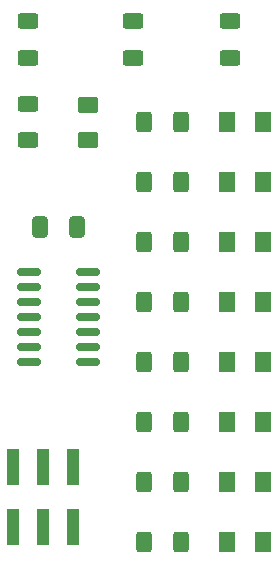
<source format=gbr>
%TF.GenerationSoftware,KiCad,Pcbnew,7.0.6-7.0.6~ubuntu22.04.1*%
%TF.CreationDate,2023-09-16T17:19:44-04:00*%
%TF.ProjectId,avr-smt-44,6176722d-736d-4742-9d34-342e6b696361,rev?*%
%TF.SameCoordinates,Original*%
%TF.FileFunction,Paste,Top*%
%TF.FilePolarity,Positive*%
%FSLAX46Y46*%
G04 Gerber Fmt 4.6, Leading zero omitted, Abs format (unit mm)*
G04 Created by KiCad (PCBNEW 7.0.6-7.0.6~ubuntu22.04.1) date 2023-09-16 17:19:44*
%MOMM*%
%LPD*%
G01*
G04 APERTURE LIST*
G04 Aperture macros list*
%AMRoundRect*
0 Rectangle with rounded corners*
0 $1 Rounding radius*
0 $2 $3 $4 $5 $6 $7 $8 $9 X,Y pos of 4 corners*
0 Add a 4 corners polygon primitive as box body*
4,1,4,$2,$3,$4,$5,$6,$7,$8,$9,$2,$3,0*
0 Add four circle primitives for the rounded corners*
1,1,$1+$1,$2,$3*
1,1,$1+$1,$4,$5*
1,1,$1+$1,$6,$7*
1,1,$1+$1,$8,$9*
0 Add four rect primitives between the rounded corners*
20,1,$1+$1,$2,$3,$4,$5,0*
20,1,$1+$1,$4,$5,$6,$7,0*
20,1,$1+$1,$6,$7,$8,$9,0*
20,1,$1+$1,$8,$9,$2,$3,0*%
G04 Aperture macros list end*
%ADD10RoundRect,0.250000X-0.412500X-0.650000X0.412500X-0.650000X0.412500X0.650000X-0.412500X0.650000X0*%
%ADD11RoundRect,0.250000X0.625000X-0.400000X0.625000X0.400000X-0.625000X0.400000X-0.625000X-0.400000X0*%
%ADD12RoundRect,0.250000X-0.400000X-0.625000X0.400000X-0.625000X0.400000X0.625000X-0.400000X0.625000X0*%
%ADD13R,1.000000X3.150000*%
%ADD14RoundRect,0.250001X0.462499X0.624999X-0.462499X0.624999X-0.462499X-0.624999X0.462499X-0.624999X0*%
%ADD15RoundRect,0.150000X-0.825000X-0.150000X0.825000X-0.150000X0.825000X0.150000X-0.825000X0.150000X0*%
%ADD16RoundRect,0.250001X-0.624999X0.462499X-0.624999X-0.462499X0.624999X-0.462499X0.624999X0.462499X0*%
%ADD17RoundRect,0.250000X-0.625000X0.400000X-0.625000X-0.400000X0.625000X-0.400000X0.625000X0.400000X0*%
G04 APERTURE END LIST*
D10*
%TO.C,C1*%
X157252500Y-86360000D03*
X160377500Y-86360000D03*
%TD*%
D11*
%TO.C,R1*%
X156210000Y-72035000D03*
X156210000Y-68935000D03*
%TD*%
D12*
%TO.C,R7*%
X166090000Y-87630000D03*
X169190000Y-87630000D03*
%TD*%
D13*
%TO.C,J1*%
X160020000Y-106695000D03*
X160020000Y-111745000D03*
X157480000Y-106695000D03*
X157480000Y-111745000D03*
X154940000Y-106695000D03*
X154940000Y-111745000D03*
%TD*%
D12*
%TO.C,R10*%
X166090000Y-102870000D03*
X169190000Y-102870000D03*
%TD*%
%TO.C,R6*%
X166090000Y-82550000D03*
X169190000Y-82550000D03*
%TD*%
D14*
%TO.C,D2*%
X176112500Y-82550000D03*
X173137500Y-82550000D03*
%TD*%
%TO.C,D1*%
X176112500Y-77470000D03*
X173137500Y-77470000D03*
%TD*%
%TO.C,D5*%
X176112500Y-97790000D03*
X173137500Y-97790000D03*
%TD*%
D15*
%TO.C,U1*%
X156340000Y-90170000D03*
X156340000Y-91440000D03*
X156340000Y-92710000D03*
X156340000Y-93980000D03*
X156340000Y-95250000D03*
X156340000Y-96520000D03*
X156340000Y-97790000D03*
X161290000Y-97790000D03*
X161290000Y-96520000D03*
X161290000Y-95250000D03*
X161290000Y-93980000D03*
X161290000Y-92710000D03*
X161290000Y-91440000D03*
X161290000Y-90170000D03*
%TD*%
D16*
%TO.C,D11*%
X161290000Y-75982500D03*
X161290000Y-78957500D03*
%TD*%
D11*
%TO.C,R2*%
X173355000Y-72035000D03*
X173355000Y-68935000D03*
%TD*%
D14*
%TO.C,D6*%
X176112500Y-102870000D03*
X173137500Y-102870000D03*
%TD*%
D12*
%TO.C,R5*%
X166090000Y-77470000D03*
X169190000Y-77470000D03*
%TD*%
%TO.C,R12*%
X166090000Y-113030000D03*
X169190000Y-113030000D03*
%TD*%
D14*
%TO.C,D8*%
X176112500Y-113030000D03*
X173137500Y-113030000D03*
%TD*%
%TO.C,D4*%
X176112500Y-92710000D03*
X173137500Y-92710000D03*
%TD*%
D12*
%TO.C,R9*%
X166090000Y-97790000D03*
X169190000Y-97790000D03*
%TD*%
D17*
%TO.C,R3*%
X156210000Y-75920000D03*
X156210000Y-79020000D03*
%TD*%
D14*
%TO.C,D7*%
X176112500Y-107950000D03*
X173137500Y-107950000D03*
%TD*%
D17*
%TO.C,R4*%
X165100000Y-68935000D03*
X165100000Y-72035000D03*
%TD*%
D12*
%TO.C,R8*%
X166090000Y-92710000D03*
X169190000Y-92710000D03*
%TD*%
D14*
%TO.C,D3*%
X176112500Y-87630000D03*
X173137500Y-87630000D03*
%TD*%
D12*
%TO.C,R11*%
X166090000Y-107950000D03*
X169190000Y-107950000D03*
%TD*%
M02*

</source>
